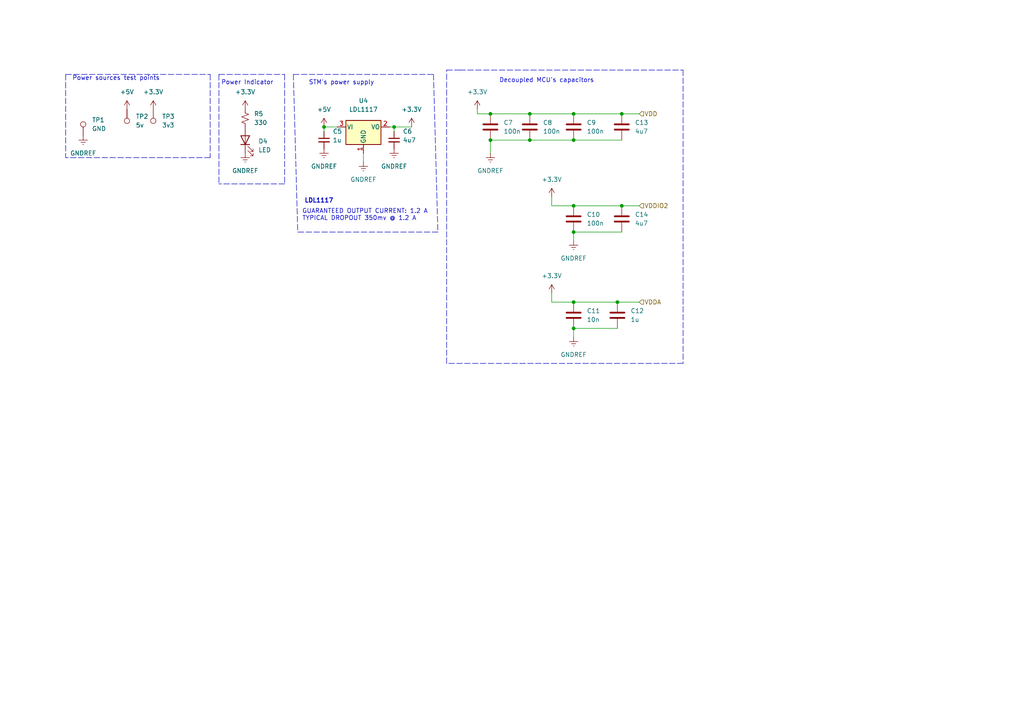
<source format=kicad_sch>
(kicad_sch (version 20211123) (generator eeschema)
  (paper "A4")
  (title_block (title "CAE32 pedals") (rev "2") (comment 1 "Desing by: janc18"))
  (lib_symbols
    (symbol "+5V_1" (power) (pin_names (offset 0))
      (property "Value" "+5V_1" (at 0 3.556 0))
      (symbol "+5V_1_0_1"
        (polyline (pts (xy -0.762 1.27) (xy 0 2.54)))
        (polyline (pts (xy 0 0) (xy 0 2.54)))
        (polyline (pts (xy 0 2.54) (xy 0.762 1.27)))
      )
      (symbol "+5V_1_1_1"
        (pin power_in line (at 0 0 90) (length 0) hide (name "+5V") (number "1"))
      )
    )
    (symbol "Connector:TestPoint" (pin_numbers hide) (pin_names (offset 0.762) hide)
      (property "Reference" "TP" (at 0 6.858 0))
      (property "Value" "TestPoint" (at 0 5.08 0))
      (symbol "TestPoint_0_1"
        (circle (center 0 3.302) (radius 0.762))
      )
      (symbol "TestPoint_1_1"
        (pin passive line (at 0 0 90) (length 2.54) (name "1") (number "1"))
      )
    )
    (symbol "Device:C" (pin_numbers hide) (pin_names (offset 0.254))
      (property "Reference" "C" (at 0.635 2.54 0))
      (property "Value" "C" (at 0.635 -2.54 0))
      (symbol "C_0_1"
        (polyline (pts (xy -2.032 -0.762) (xy 2.032 -0.762)) (stroke (width 0.508)))
        (polyline (pts (xy -2.032 0.762) (xy 2.032 0.762)) (stroke (width 0.508)))
      )
      (symbol "C_1_1"
        (pin passive line (at 0 3.81 270) (length 2.794) (name "~") (number "1"))
        (pin passive line (at 0 -3.81 90) (length 2.794) (name "~") (number "2"))
      )
    )
    (symbol "Device:C_Small" (pin_numbers hide) (pin_names (offset 0.254) hide)
      (property "Reference" "C" (at 0.254 1.778 0))
      (property "Value" "C_Small" (at 0.254 -2.032 0))
      (symbol "C_Small_0_1"
        (polyline (pts (xy -1.524 -0.508) (xy 1.524 -0.508)) (stroke (width 0.3302)))
        (polyline (pts (xy -1.524 0.508) (xy 1.524 0.508)) (stroke (width 0.3048)))
      )
      (symbol "C_Small_1_1"
        (pin passive line (at 0 2.54 270) (length 2.032) (name "~") (number "1"))
        (pin passive line (at 0 -2.54 90) (length 2.032) (name "~") (number "2"))
      )
    )
    (symbol "Device:LED" (pin_numbers hide) (pin_names (offset 1.016) hide)
      (property "Reference" "D" (at 0 2.54 0))
      (property "Value" "LED" (at 0 -2.54 0))
      (symbol "LED_0_1"
        (polyline (pts (xy -1.27 -1.27) (xy -1.27 1.27)) (stroke (width 0.254)))
        (polyline (pts (xy -1.27 0) (xy 1.27 0)))
        (polyline (pts (xy 1.27 -1.27) (xy 1.27 1.27) (xy -1.27 0) (xy 1.27 -1.27)) (stroke (width 0.254)))
        (polyline (pts (xy -3.048 -0.762) (xy -4.572 -2.286) (xy -3.81 -2.286) (xy -4.572 -2.286) (xy -4.572 -1.524)))
        (polyline (pts (xy -1.778 -0.762) (xy -3.302 -2.286) (xy -2.54 -2.286) (xy -3.302 -2.286) (xy -3.302 -1.524)))
      )
      (symbol "LED_1_1"
        (pin passive line (at -3.81 0 0) (length 2.54) (name "K") (number "1"))
        (pin passive line (at 3.81 0 180) (length 2.54) (name "A") (number "2"))
      )
    )
    (symbol "Device:R_Small_US" (pin_numbers hide) (pin_names (offset 0.254) hide)
      (property "Reference" "R" (at 0.762 0.508 0))
      (property "Value" "R_Small_US" (at 0.762 -1.016 0))
      (symbol "R_Small_US_1_1"
        (polyline (pts (xy 0 0) (xy 1.016 -0.381) (xy 0 -0.762) (xy -1.016 -1.143) (xy 0 -1.524)))
        (polyline (pts (xy 0 1.524) (xy 1.016 1.143) (xy 0 0.762) (xy -1.016 0.381) (xy 0 0)))
        (pin passive line (at 0 2.54 270) (length 1.016) (name "~") (number "1"))
        (pin passive line (at 0 -2.54 90) (length 1.016) (name "~") (number "2"))
      )
    )
    (symbol "GNDREF_1" (power) (pin_names (offset 0))
      (property "Value" "GNDREF_1" (at 0 -3.81 0))
      (symbol "GNDREF_1_0_1"
        (polyline (pts (xy -0.635 -1.905) (xy 0.635 -1.905)))
        (polyline (pts (xy -0.127 -2.54) (xy 0.127 -2.54)))
        (polyline (pts (xy 0 -1.27) (xy 0 0)))
        (polyline (pts (xy 1.27 -1.27) (xy -1.27 -1.27)))
      )
      (symbol "GNDREF_1_1_1"
        (pin power_in line (at 0 0 270) (length 0) hide (name "GNDREF") (number "1"))
      )
    )
    (symbol "GNDREF_2" (power) (pin_names (offset 0))
      (property "Value" "GNDREF_2" (at 0 -3.81 0))
      (symbol "GNDREF_2_0_1"
        (polyline (pts (xy -0.635 -1.905) (xy 0.635 -1.905)))
        (polyline (pts (xy -0.127 -2.54) (xy 0.127 -2.54)))
        (polyline (pts (xy 0 -1.27) (xy 0 0)))
        (polyline (pts (xy 1.27 -1.27) (xy -1.27 -1.27)))
      )
      (symbol "GNDREF_2_1_1"
        (pin power_in line (at 0 0 270) (length 0) hide (name "GNDREF") (number "1"))
      )
    )
    (symbol "Regulator_Linear:AP1117-33" (pin_names (offset 0.254))
      (property "Reference" "U" (at -3.81 3.175 0))
      (property "Value" "AP1117-33" (at 0 3.175 0))
      (symbol "AP1117-33_0_1"
        (rectangle (start -5.08 -5.08) (end 5.08 1.905) (stroke (width 0.254)) (fill (type background)))
      )
      (symbol "AP1117-33_1_1"
        (pin power_in line (at 0 -7.62 90) (length 2.54) (name "GND") (number "1"))
        (pin power_out line (at 7.62 0 180) (length 2.54) (name "VO") (number "2"))
        (pin power_in line (at -7.62 0 0) (length 2.54) (name "VI") (number "3"))
      )
    )
    (symbol "power:+3.3V" (power) (pin_names (offset 0))
      (property "Value" "+3.3V" (at 0 3.556 0))
      (symbol "+3.3V_0_1"
        (polyline (pts (xy -0.762 1.27) (xy 0 2.54)))
        (polyline (pts (xy 0 0) (xy 0 2.54)))
        (polyline (pts (xy 0 2.54) (xy 0.762 1.27)))
      )
      (symbol "+3.3V_1_1"
        (pin power_in line (at 0 0 90) (length 0) hide (name "+3.3V") (number "1"))
      )
    )
    (symbol "power:+5V" (power) (pin_names (offset 0))
      (property "Value" "+5V" (at 0 3.556 0))
      (symbol "+5V_0_1"
        (polyline (pts (xy -0.762 1.27) (xy 0 2.54)))
        (polyline (pts (xy 0 0) (xy 0 2.54)))
        (polyline (pts (xy 0 2.54) (xy 0.762 1.27)))
      )
      (symbol "+5V_1_1"
        (pin power_in line (at 0 0 90) (length 0) hide (name "+5V") (number "1"))
      )
    )
    (symbol "power:GNDREF" (power) (pin_names (offset 0))
      (property "Value" "GNDREF" (at 0 -3.81 0))
      (symbol "GNDREF_0_1"
        (polyline (pts (xy -0.635 -1.905) (xy 0.635 -1.905)))
        (polyline (pts (xy -0.127 -2.54) (xy 0.127 -2.54)))
        (polyline (pts (xy 0 -1.27) (xy 0 0)))
        (polyline (pts (xy 1.27 -1.27) (xy -1.27 -1.27)))
      )
      (symbol "GNDREF_1_1"
        (pin power_in line (at 0 0 270) (length 0) hide (name "GNDREF") (number "1"))
      )
    )
  )
  (junction (at 166.37 40.64))
  (junction (at 166.37 33.02))
  (junction (at 153.67 40.64))
  (junction (at 179.07 87.63))
  (junction (at 180.34 59.69))
  (junction (at 180.34 33.02))
  (junction (at 166.37 67.31))
  (junction (at 153.67 33.02))
  (junction (at 166.37 95.25))
  (junction (at 114.3 36.83))
  (junction (at 166.37 87.63))
  (junction (at 93.98 36.83))
  (junction (at 142.24 33.02))
  (junction (at 166.37 59.69))
  (junction (at 142.24 40.64))
  (polyline (pts (xy 63.5 21.59) (xy 82.55 21.59)))
  (polyline (pts (xy 198.12 105.41) (xy 129.54 105.41)))
  (wire (pts (xy 166.37 59.69) (xy 180.34 59.69)))
  (wire (pts (xy 179.07 87.63) (xy 185.42 87.63)))
  (wire (pts (xy 160.02 57.15) (xy 160.02 59.69)))
  (polyline (pts (xy 125.73 21.59) (xy 127 67.31)))
  (wire (pts (xy 105.41 44.45) (xy 105.41 46.99)))
  (polyline (pts (xy 82.55 21.59) (xy 82.55 53.34)))
  (wire (pts (xy 180.34 59.69) (xy 185.42 59.69)))
  (polyline (pts (xy 129.54 105.41) (xy 129.54 20.32)))
  (wire (pts (xy 138.43 33.02) (xy 142.24 33.02)))
  (wire (pts (xy 113.03 36.83) (xy 114.3 36.83)))
  (wire (pts (xy 142.24 40.64) (xy 153.67 40.64)))
  (polyline (pts (xy 60.96 45.72) (xy 19.05 45.72)))
  (wire (pts (xy 160.02 59.69) (xy 166.37 59.69)))
  (wire (pts (xy 166.37 40.64) (xy 180.34 40.64)))
  (wire (pts (xy 93.98 36.83) (xy 93.98 38.1)))
  (polyline (pts (xy 129.54 20.32) (xy 133.35 20.32)))
  (wire (pts (xy 114.3 36.83) (xy 119.38 36.83)))
  (wire (pts (xy 166.37 67.31) (xy 180.34 67.31)))
  (polyline (pts (xy 85.09 21.59) (xy 86.36 67.31)))
  (wire (pts (xy 166.37 67.31) (xy 166.37 69.85)))
  (polyline (pts (xy 63.5 21.59) (xy 63.5 53.34)))
  (wire (pts (xy 166.37 33.02) (xy 180.34 33.02)))
  (wire (pts (xy 166.37 95.25) (xy 166.37 97.79)))
  (polyline (pts (xy 133.35 20.32) (xy 198.12 20.32)))
  (wire (pts (xy 138.43 31.75) (xy 138.43 33.02)))
  (polyline (pts (xy 85.09 21.59) (xy 125.73 21.59)))
  (wire (pts (xy 142.24 33.02) (xy 153.67 33.02)))
  (wire (pts (xy 153.67 33.02) (xy 166.37 33.02)))
  (wire (pts (xy 160.02 87.63) (xy 166.37 87.63)))
  (wire (pts (xy 153.67 40.64) (xy 166.37 40.64)))
  (polyline (pts (xy 127 67.31) (xy 86.36 67.31)))
  (wire (pts (xy 160.02 85.09) (xy 160.02 87.63)))
  (wire (pts (xy 180.34 33.02) (xy 185.42 33.02)))
  (wire (pts (xy 93.98 36.83) (xy 97.79 36.83)))
  (polyline (pts (xy 19.05 21.59) (xy 19.05 45.72)))
  (polyline (pts (xy 198.12 20.32) (xy 198.12 105.41)))
  (polyline (pts (xy 19.05 21.59) (xy 60.96 21.59)))
  (polyline (pts (xy 60.96 21.59) (xy 60.96 45.72)))
  (wire (pts (xy 166.37 95.25) (xy 179.07 95.25)))
  (wire (pts (xy 142.24 40.64) (xy 142.24 44.45)))
  (wire (pts (xy 114.3 36.83) (xy 114.3 38.1)))
  (polyline (pts (xy 82.55 53.34) (xy 63.5 53.34)))
  (wire (pts (xy 166.37 87.63) (xy 179.07 87.63)))
  (text "Decoupled MCU's capacitors" (at 144.78 24.13 0) (effects (font (size 1.27 1.27)) (justify left bottom)))
  (text "Power Indicator" (at 64.135 24.765 0) (effects (font (size 1.27 1.27)) (justify left bottom)))
  (text "GUARANTEED OUTPUT CURRENT: 1.2 A\nTYPICAL DROPOUT 350mv @ 1.2 A" (at 87.63 64.135 0) (effects (font (size 1.27 1.27)) (justify left bottom)))
  (text "STM's power supply" (at 89.535 24.765 0) (effects (font (size 1.27 1.27)) (justify left bottom)))
  (text "Power sources test points" (at 20.955 23.495 0) (effects (font (size 1.27 1.27)) (justify left bottom)))
  (text "LDL1117" (at 88.265 59.055 0) (effects (font (size 1.27 1.27) bold) (justify left bottom)))
  (hierarchical_label "VDDA" (shape input) (at 185.42 87.63 0))
  (hierarchical_label "VDDIO2" (shape input) (at 185.42 59.69 0))
  (hierarchical_label "VDD" (shape input) (at 185.42 33.02 0))
  (symbol (lib_id "Regulator_Linear:AP1117-33") (at 105.41 36.83 0) (unit 1)
    (property "Reference" "U4" (at 105.41 29.21 0))
    (property "Value" "LDL1117" (at 105.41 31.75 0))
    (property "Footprint" "Package_TO_SOT_SMD:SOT-223-3_TabPin2" (effects hide))
    (property "Datasheet" "http://www.diodes.com/datasheets/AP1117.pdf" (effects hide))
    (property "LCSC_PART" "C2798214" (effects hide))
  )
  (symbol (lib_id "Device:C") (at 166.37 36.83 0) (unit 1)
    (property "Reference" "C9" (at 170.18 35.5599 0) (effects (justify left)))
    (property "Value" "100n" (at 170.18 38.0999 0) (effects (justify left)))
    (property "Footprint" "Capacitor_SMD:C_0603_1608Metric_Pad1.08x0.95mm_HandSolder" (effects hide))
    (property "LCSC_PART" "c1591" (effects hide))
  )
  (symbol (lib_name "GNDREF_1") (lib_id "power:GNDREF") (at 24.13 39.37 0) (unit 1)
    (property "Reference" "#PWR046" (effects hide))
    (property "Value" "GNDREF" (at 24.13 44.45 0))
  )
  (symbol (lib_id "power:+3.3V") (at 160.02 57.15 0) (unit 1)
    (property "Reference" "#PWR058" (effects hide))
    (property "Value" "+3.3V" (at 160.02 52.07 0))
  )
  (symbol (lib_name "GNDREF_2") (lib_id "power:GNDREF") (at 142.24 44.45 0) (unit 1)
    (property "Reference" "#PWR057" (effects hide))
    (property "Value" "GNDREF" (at 142.24 49.53 0))
  )
  (symbol (lib_id "Connector:TestPoint") (at 44.45 31.75 180) (unit 1)
    (property "Reference" "TP3" (at 46.99 33.7819 0) (effects (justify right)))
    (property "Value" "3v3" (at 46.99 36.3219 0) (effects (justify right)))
    (property "Footprint" "TestPoint:TestPoint_Pad_D1.0mm" (effects hide))
  )
  (symbol (lib_id "power:+3.3V") (at 71.12 31.75 0) (unit 1)
    (property "Reference" "#PWR049" (effects hide))
    (property "Value" "+3.3V" (at 71.12 26.67 0))
  )
  (symbol (lib_id "power:+3.3V") (at 119.38 36.83 0) (unit 1)
    (property "Reference" "#PWR055" (effects hide))
    (property "Value" "+3.3V" (at 119.38 31.75 0))
  )
  (symbol (lib_id "Connector:TestPoint") (at 36.83 31.75 180) (unit 1)
    (property "Reference" "TP2" (at 39.37 33.7819 0) (effects (justify right)))
    (property "Value" "5v" (at 39.37 36.3219 0) (effects (justify right)))
    (property "Footprint" "TestPoint:TestPoint_Pad_D1.0mm" (effects hide))
  )
  (symbol (lib_id "Device:R_Small_US") (at 71.12 34.29 0) (unit 1)
    (property "Reference" "R5" (at 73.66 33.0199 0) (effects (justify left)))
    (property "Value" "330" (at 73.66 35.5599 0) (effects (justify left)))
    (property "Footprint" "Resistor_SMD:R_0603_1608Metric_Pad0.98x0.95mm_HandSolder" (effects hide))
    (property "LCSC_PART" "C25804" (effects hide))
  )
  (symbol (lib_id "Connector:TestPoint") (at 24.13 39.37 0) (unit 1)
    (property "Reference" "TP1" (at 26.67 34.7979 0) (effects (justify left)))
    (property "Value" "GND" (at 26.67 37.3379 0) (effects (justify left)))
    (property "Footprint" "TestPoint:TestPoint_Pad_D1.0mm" (effects hide))
  )
  (symbol (lib_id "power:+3.3V") (at 160.02 85.09 0) (unit 1)
    (property "Reference" "#PWR059" (effects hide))
    (property "Value" "+3.3V" (at 160.02 80.01 0))
  )
  (symbol (lib_id "Device:C") (at 180.34 63.5 0) (unit 1)
    (property "Reference" "C14" (at 184.15 62.2299 0) (effects (justify left)))
    (property "Value" "4u7" (at 184.15 64.7699 0) (effects (justify left)))
    (property "Footprint" "Capacitor_SMD:C_0603_1608Metric_Pad1.08x0.95mm_HandSolder" (effects hide))
    (property "LCSC_PART" "C1705" (effects hide))
  )
  (symbol (lib_id "Device:C") (at 166.37 63.5 0) (unit 1)
    (property "Reference" "C10" (at 170.18 62.2299 0) (effects (justify left)))
    (property "Value" "100n" (at 170.18 64.7699 0) (effects (justify left)))
    (property "Footprint" "Capacitor_SMD:C_0603_1608Metric_Pad1.08x0.95mm_HandSolder" (effects hide))
    (property "LCSC_PART" "c1591" (effects hide))
  )
  (symbol (lib_id "Device:C") (at 180.34 36.83 0) (unit 1)
    (property "Reference" "C13" (at 184.15 35.5599 0) (effects (justify left)))
    (property "Value" "4u7" (at 184.15 38.0999 0) (effects (justify left)))
    (property "Footprint" "Capacitor_SMD:C_0603_1608Metric_Pad1.08x0.95mm_HandSolder" (effects hide))
    (property "LCSC_PART" "C1705" (effects hide))
  )
  (symbol (lib_id "Device:C_Small") (at 114.3 40.64 0) (unit 1)
    (property "Reference" "C6" (at 116.84 38.1 0) (effects (justify left)))
    (property "Value" "4u7" (at 116.84 40.64 0) (effects (justify left)))
    (property "Footprint" "Capacitor_SMD:C_0603_1608Metric_Pad1.08x0.95mm_HandSolder" (effects hide))
    (property "LCSC_PART" "C1705" (effects hide))
  )
  (symbol (lib_id "power:GNDREF") (at 114.3 43.18 0) (unit 1)
    (property "Reference" "#PWR054" (effects hide))
    (property "Value" "GNDREF" (at 114.3 48.26 0))
  )
  (symbol (lib_id "Device:C") (at 179.07 91.44 0) (unit 1)
    (property "Reference" "C12" (at 182.88 90.1699 0) (effects (justify left)))
    (property "Value" "1u" (at 182.88 92.7099 0) (effects (justify left)))
    (property "Footprint" "Capacitor_SMD:C_0603_1608Metric_Pad1.08x0.95mm_HandSolder" (effects hide))
    (property "LCSC_PART" "C1592" (effects hide))
  )
  (symbol (lib_id "power:+3.3V") (at 138.43 31.75 0) (unit 1)
    (property "Reference" "#PWR056" (effects hide))
    (property "Value" "+3.3V" (at 138.43 26.67 0))
  )
  (symbol (lib_id "Device:C") (at 142.24 36.83 0) (unit 1)
    (property "Reference" "C7" (at 146.05 35.5599 0) (effects (justify left)))
    (property "Value" "100n" (at 146.05 38.0999 0) (effects (justify left)))
    (property "Footprint" "Capacitor_SMD:C_0603_1608Metric_Pad1.08x0.95mm_HandSolder" (effects hide))
    (property "LCSC_PART" "c1591" (effects hide))
  )
  (symbol (lib_id "Device:C_Small") (at 93.98 40.64 0) (unit 1)
    (property "Reference" "C5" (at 96.52 38.1 0) (effects (justify left)))
    (property "Value" "1u" (at 96.52 40.64 0) (effects (justify left)))
    (property "Footprint" "Capacitor_SMD:C_0603_1608Metric_Pad1.08x0.95mm_HandSolder" (effects hide))
    (property "LCSC_PART" "C1592" (effects hide))
  )
  (symbol (lib_id "power:GNDREF") (at 105.41 46.99 0) (unit 1)
    (property "Reference" "#PWR053" (effects hide))
    (property "Value" "GNDREF" (at 105.41 52.07 0))
  )
  (symbol (lib_name "GNDREF_2") (lib_id "power:GNDREF") (at 166.37 69.85 0) (unit 1)
    (property "Reference" "#PWR060" (effects hide))
    (property "Value" "GNDREF" (at 166.37 74.93 0))
  )
  (symbol (lib_id "power:GNDREF") (at 71.12 44.45 0) (unit 1)
    (property "Reference" "#PWR050" (effects hide))
    (property "Value" "GNDREF" (at 71.12 49.53 0))
  )
  (symbol (lib_name "+5V_1") (lib_id "power:+5V") (at 36.83 31.75 0) (unit 1)
    (property "Reference" "#PWR047" (effects hide))
    (property "Value" "+5V" (at 36.83 26.67 0))
  )
  (symbol (lib_id "Device:C") (at 166.37 91.44 0) (unit 1)
    (property "Reference" "C11" (at 170.18 90.1699 0) (effects (justify left)))
    (property "Value" "10n" (at 170.18 92.7099 0) (effects (justify left)))
    (property "Footprint" "Capacitor_SMD:C_0603_1608Metric_Pad1.08x0.95mm_HandSolder" (effects hide))
    (property "LCSC_PART" "C100042" (effects hide))
  )
  (symbol (lib_id "Device:LED") (at 71.12 40.64 90) (unit 1)
    (property "Reference" "D4" (at 74.93 40.9574 90) (effects (justify right)))
    (property "Value" "LED" (at 74.93 43.4974 90) (effects (justify right)))
    (property "Footprint" "LED_SMD:LED_0805_2012Metric_Pad1.15x1.40mm_HandSolder" (effects hide))
    (property "Datasheet" "https://datasheet.lcsc.com/lcsc/2211030000_XINGLIGHT-XL-2012UGC_C965815.pdf" (effects hide))
    (property "LCSC_PART" "C965815" (effects hide))
  )
  (symbol (lib_id "power:+5V") (at 93.98 36.83 0) (mirror y) (unit 1)
    (property "Reference" "#PWR051" (effects hide))
    (property "Value" "+5V" (at 93.98 31.75 0))
  )
  (symbol (lib_name "GNDREF_2") (lib_id "power:GNDREF") (at 166.37 97.79 0) (unit 1)
    (property "Reference" "#PWR061" (effects hide))
    (property "Value" "GNDREF" (at 166.37 102.87 0))
  )
  (symbol (lib_id "Device:C") (at 153.67 36.83 0) (unit 1)
    (property "Reference" "C8" (at 157.48 35.5599 0) (effects (justify left)))
    (property "Value" "100n" (at 157.48 38.0999 0) (effects (justify left)))
    (property "Footprint" "Capacitor_SMD:C_0603_1608Metric_Pad1.08x0.95mm_HandSolder" (effects hide))
    (property "LCSC_PART" "c1591" (effects hide))
  )
  (symbol (lib_id "power:+3.3V") (at 44.45 31.75 0) (unit 1)
    (property "Reference" "#PWR048" (effects hide))
    (property "Value" "+3.3V" (at 44.45 26.67 0))
  )
  (symbol (lib_id "power:GNDREF") (at 93.98 43.18 0) (unit 1)
    (property "Reference" "#PWR052" (effects hide))
    (property "Value" "GNDREF" (at 93.98 48.26 0))
  )
)
</source>
